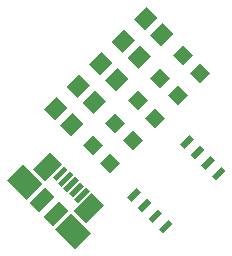
<source format=gbr>
G04 #@! TF.FileFunction,Soldermask,Top*
%FSLAX46Y46*%
G04 Gerber Fmt 4.6, Leading zero omitted, Abs format (unit mm)*
G04 Created by KiCad (PCBNEW no-vcs-found-product) date dom 12 lug 2015 22:48:33 CEST*
%MOMM*%
G01*
G04 APERTURE LIST*
%ADD10C,0.200000*%
G04 APERTURE END LIST*
D10*
G36*
X207964505Y-74401769D02*
X207116769Y-75249505D01*
X206269033Y-74401769D01*
X207116769Y-73554033D01*
X207964505Y-74401769D01*
X207964505Y-74401769D01*
G37*
G36*
X206480967Y-72918231D02*
X205633231Y-73765967D01*
X204785495Y-72918231D01*
X205633231Y-72070495D01*
X206480967Y-72918231D01*
X206480967Y-72918231D01*
G37*
G36*
X202880495Y-74823231D02*
X203728231Y-73975495D01*
X204575967Y-74823231D01*
X203728231Y-75670967D01*
X202880495Y-74823231D01*
X202880495Y-74823231D01*
G37*
G36*
X204364033Y-76306769D02*
X205211769Y-75459033D01*
X206059505Y-76306769D01*
X205211769Y-77154505D01*
X204364033Y-76306769D01*
X204364033Y-76306769D01*
G37*
G36*
X200975495Y-76728231D02*
X201823231Y-75880495D01*
X202670967Y-76728231D01*
X201823231Y-77575967D01*
X200975495Y-76728231D01*
X200975495Y-76728231D01*
G37*
G36*
X202459033Y-78211769D02*
X203306769Y-77364033D01*
X204154505Y-78211769D01*
X203306769Y-79059505D01*
X202459033Y-78211769D01*
X202459033Y-78211769D01*
G37*
G36*
X199070495Y-78633231D02*
X199918231Y-77785495D01*
X200765967Y-78633231D01*
X199918231Y-79480967D01*
X199070495Y-78633231D01*
X199070495Y-78633231D01*
G37*
G36*
X200554033Y-80116769D02*
X201401769Y-79269033D01*
X202249505Y-80116769D01*
X201401769Y-80964505D01*
X200554033Y-80116769D01*
X200554033Y-80116769D01*
G37*
G36*
X197165495Y-80538231D02*
X198013231Y-79690495D01*
X198860967Y-80538231D01*
X198013231Y-81385967D01*
X197165495Y-80538231D01*
X197165495Y-80538231D01*
G37*
G36*
X198649033Y-82021769D02*
X199496769Y-81174033D01*
X200344505Y-82021769D01*
X199496769Y-82869505D01*
X198649033Y-82021769D01*
X198649033Y-82021769D01*
G37*
G36*
X204790691Y-87187596D02*
X203982468Y-87995819D01*
X203623257Y-87636608D01*
X204431480Y-86828385D01*
X204790691Y-87187596D01*
X204790691Y-87187596D01*
G37*
G36*
X203892666Y-86289571D02*
X203084443Y-87097794D01*
X202725232Y-86738583D01*
X203533455Y-85930360D01*
X203892666Y-86289571D01*
X203892666Y-86289571D01*
G37*
G36*
X202994640Y-85391545D02*
X202186417Y-86199768D01*
X201827206Y-85840557D01*
X202635429Y-85032334D01*
X202994640Y-85391545D01*
X202994640Y-85391545D01*
G37*
G36*
X202096615Y-84493520D02*
X201288392Y-85301743D01*
X200929181Y-84942532D01*
X201737404Y-84134309D01*
X202096615Y-84493520D01*
X202096615Y-84493520D01*
G37*
G36*
X206586743Y-80003392D02*
X205778520Y-80811615D01*
X205419309Y-80452404D01*
X206227532Y-79644181D01*
X206586743Y-80003392D01*
X206586743Y-80003392D01*
G37*
G36*
X207484768Y-80901417D02*
X206676545Y-81709640D01*
X206317334Y-81350429D01*
X207125557Y-80542206D01*
X207484768Y-80901417D01*
X207484768Y-80901417D01*
G37*
G36*
X208382794Y-81799443D02*
X207574571Y-82607666D01*
X207215360Y-82248455D01*
X208023583Y-81440232D01*
X208382794Y-81799443D01*
X208382794Y-81799443D01*
G37*
G36*
X209280819Y-82697468D02*
X208472596Y-83505691D01*
X208113385Y-83146480D01*
X208921608Y-82338257D01*
X209280819Y-82697468D01*
X209280819Y-82697468D01*
G37*
G36*
X203516105Y-69741435D02*
X202456435Y-70801105D01*
X201536857Y-69881527D01*
X202596527Y-68821857D01*
X203516105Y-69741435D01*
X203516105Y-69741435D01*
G37*
G36*
X204863143Y-71088473D02*
X203803473Y-72148143D01*
X202883895Y-71228565D01*
X203943565Y-70168895D01*
X204863143Y-71088473D01*
X204863143Y-71088473D01*
G37*
G36*
X201611105Y-71646435D02*
X200551435Y-72706105D01*
X199631857Y-71786527D01*
X200691527Y-70726857D01*
X201611105Y-71646435D01*
X201611105Y-71646435D01*
G37*
G36*
X202958143Y-72993473D02*
X201898473Y-74053143D01*
X200978895Y-73133565D01*
X202038565Y-72073895D01*
X202958143Y-72993473D01*
X202958143Y-72993473D01*
G37*
G36*
X199706105Y-73551435D02*
X198646435Y-74611105D01*
X197726857Y-73691527D01*
X198786527Y-72631857D01*
X199706105Y-73551435D01*
X199706105Y-73551435D01*
G37*
G36*
X201053143Y-74898473D02*
X199993473Y-75958143D01*
X199073895Y-75038565D01*
X200133565Y-73978895D01*
X201053143Y-74898473D01*
X201053143Y-74898473D01*
G37*
G36*
X197801105Y-75456435D02*
X196741435Y-76516105D01*
X195821857Y-75596527D01*
X196881527Y-74536857D01*
X197801105Y-75456435D01*
X197801105Y-75456435D01*
G37*
G36*
X199148143Y-76803473D02*
X198088473Y-77863143D01*
X197168895Y-76943565D01*
X198228565Y-75883895D01*
X199148143Y-76803473D01*
X199148143Y-76803473D01*
G37*
G36*
X195896105Y-77361435D02*
X194836435Y-78421105D01*
X193916857Y-77501527D01*
X194976527Y-76441857D01*
X195896105Y-77361435D01*
X195896105Y-77361435D01*
G37*
G36*
X197243143Y-78708473D02*
X196183473Y-79768143D01*
X195263895Y-78848565D01*
X196323565Y-77788895D01*
X197243143Y-78708473D01*
X197243143Y-78708473D01*
G37*
G36*
X192631590Y-85388240D02*
X193973240Y-84046590D01*
X194803016Y-84876366D01*
X193461366Y-86218016D01*
X192631590Y-85388240D01*
X192631590Y-85388240D01*
G37*
G36*
X193816984Y-86573634D02*
X195158634Y-85231984D01*
X195988410Y-86061760D01*
X194646760Y-87403410D01*
X193816984Y-86573634D01*
X193816984Y-86573634D01*
G37*
G36*
X194859592Y-87616242D02*
X196201242Y-86274592D01*
X197880550Y-87953900D01*
X196538900Y-89295550D01*
X194859592Y-87616242D01*
X194859592Y-87616242D01*
G37*
G36*
X190739450Y-83496100D02*
X192081100Y-82154450D01*
X193760408Y-83833758D01*
X192418758Y-85175408D01*
X190739450Y-83496100D01*
X190739450Y-83496100D01*
G37*
G36*
X196412278Y-86061759D02*
X197897612Y-84576425D01*
X198939322Y-85618135D01*
X197453988Y-87103469D01*
X196412278Y-86061759D01*
X196412278Y-86061759D01*
G37*
G36*
X192931531Y-82581012D02*
X194416865Y-81095678D01*
X195458575Y-82137388D01*
X193973241Y-83622722D01*
X192931531Y-82581012D01*
X192931531Y-82581012D01*
G37*
G36*
X194624309Y-83253633D02*
X195599564Y-82278378D01*
X195917465Y-82596279D01*
X194942210Y-83571534D01*
X194624309Y-83253633D01*
X194624309Y-83253633D01*
G37*
G36*
X195084099Y-83713422D02*
X196059354Y-82738167D01*
X196377255Y-83056068D01*
X195402000Y-84031323D01*
X195084099Y-83713422D01*
X195084099Y-83713422D01*
G37*
G36*
X195543888Y-84173211D02*
X196519143Y-83197956D01*
X196837044Y-83515857D01*
X195861789Y-84491112D01*
X195543888Y-84173211D01*
X195543888Y-84173211D01*
G37*
G36*
X196003677Y-84633000D02*
X196978932Y-83657745D01*
X197296833Y-83975646D01*
X196321578Y-84950901D01*
X196003677Y-84633000D01*
X196003677Y-84633000D01*
G37*
G36*
X196463466Y-85092790D02*
X197438721Y-84117535D01*
X197756622Y-84435436D01*
X196781367Y-85410691D01*
X196463466Y-85092790D01*
X196463466Y-85092790D01*
G37*
M02*

</source>
